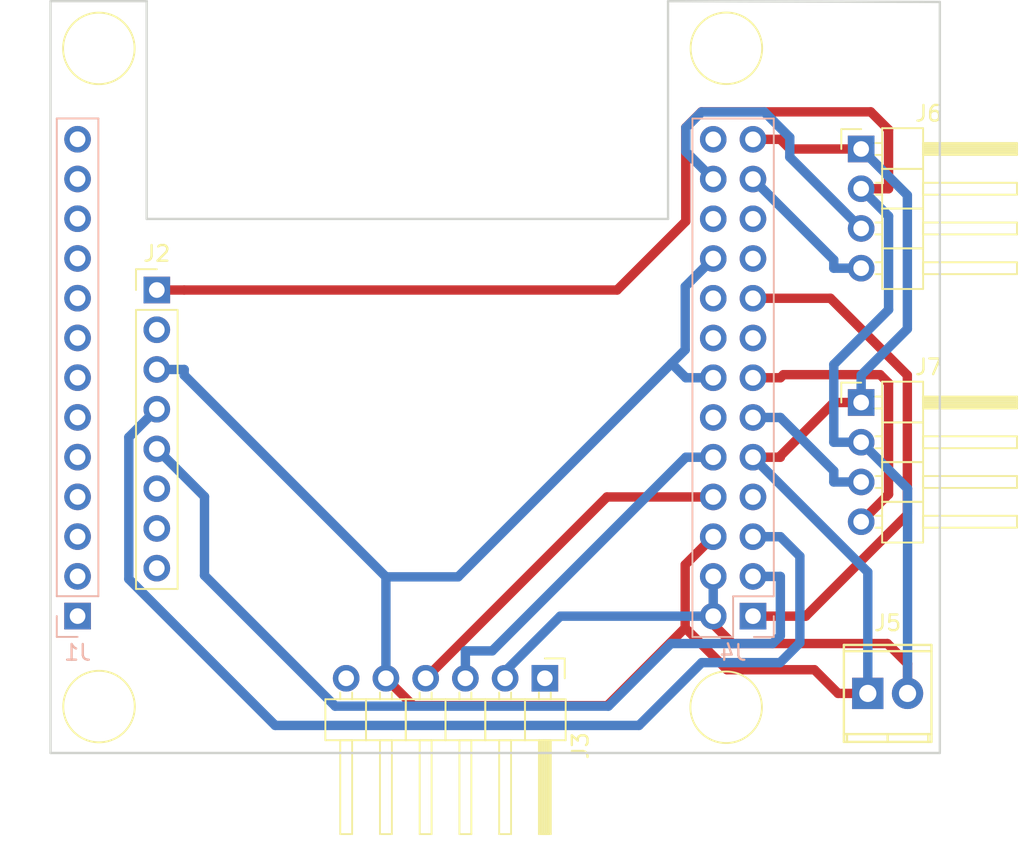
<source format=kicad_pcb>
(kicad_pcb (version 4) (host pcbnew 4.0.6)

  (general
    (links 24)
    (no_connects 0)
    (area 194.031799 51.944199 251.027001 100.151001)
    (thickness 1.6)
    (drawings 8)
    (tracks 108)
    (zones 0)
    (modules 11)
    (nets 40)
  )

  (page A4)
  (layers
    (0 F.Cu signal)
    (31 B.Cu signal)
    (32 B.Adhes user)
    (33 F.Adhes user)
    (34 B.Paste user)
    (35 F.Paste user)
    (36 B.SilkS user)
    (37 F.SilkS user)
    (38 B.Mask user)
    (39 F.Mask user)
    (40 Dwgs.User user)
    (41 Cmts.User user)
    (42 Eco1.User user hide)
    (43 Eco2.User user hide)
    (44 Edge.Cuts user)
    (45 Margin user hide)
    (46 B.CrtYd user hide)
    (47 F.CrtYd user)
    (48 B.Fab user)
    (49 F.Fab user hide)
  )

  (setup
    (last_trace_width 0.6)
    (trace_clearance 0.6)
    (zone_clearance 0.508)
    (zone_45_only no)
    (trace_min 0.2)
    (segment_width 0.2)
    (edge_width 0.15)
    (via_size 0.6)
    (via_drill 0.2)
    (via_min_size 0.4)
    (via_min_drill 0.2)
    (uvia_size 0.03)
    (uvia_drill 0.02)
    (uvias_allowed no)
    (uvia_min_size 0)
    (uvia_min_drill 0)
    (pcb_text_width 0.3)
    (pcb_text_size 1.5 1.5)
    (mod_edge_width 0.15)
    (mod_text_size 1 1)
    (mod_text_width 0.15)
    (pad_size 3 3)
    (pad_drill 3)
    (pad_to_mask_clearance 0.2)
    (aux_axis_origin 0 0)
    (visible_elements 7FFFFFFF)
    (pcbplotparams
      (layerselection 0x01000_80000001)
      (usegerberextensions false)
      (excludeedgelayer true)
      (linewidth 0.100000)
      (plotframeref false)
      (viasonmask false)
      (mode 1)
      (useauxorigin false)
      (hpglpennumber 1)
      (hpglpenspeed 20)
      (hpglpendiameter 15)
      (hpglpenoverlay 2)
      (psnegative false)
      (psa4output false)
      (plotreference true)
      (plotvalue true)
      (plotinvisibletext false)
      (padsonsilk false)
      (subtractmaskfromsilk false)
      (outputformat 1)
      (mirror false)
      (drillshape 0)
      (scaleselection 1)
      (outputdirectory ""))
  )

  (net 0 "")
  (net 1 CIR-RX)
  (net 2 MIC1N)
  (net 3 MIC1P)
  (net 4 MIC-BIAS)
  (net 5 TVOUT)
  (net 6 LINEOUTL)
  (net 7 LINEOUTR)
  (net 8 USB-DP3)
  (net 9 USB-DM3)
  (net 10 USB-DP2)
  (net 11 USB-DM2)
  (net 12 GND)
  (net 13 5V)
  (net 14 "Net-(J2-Pad8)")
  (net 15 "Net-(J2-Pad7)")
  (net 16 "Net-(J2-Pad6)")
  (net 17 PA12)
  (net 18 PA11)
  (net 19 "Net-(J2-Pad2)")
  (net 20 UART1_RX)
  (net 21 UART1_TX)
  (net 22 PA10)
  (net 23 UART3_RX)
  (net 24 UART3_TX)
  (net 25 UART2_RTS)
  (net 26 SPI1_MISO)
  (net 27 SPI1_MOSI)
  (net 28 PA18)
  (net 29 3.3v)
  (net 30 PA19)
  (net 31 UART2_CTS)
  (net 32 UART2_TX)
  (net 33 PA07)
  (net 34 UART2_RX)
  (net 35 PA06)
  (net 36 "Net-(J3-Pad1)")
  (net 37 "Net-(J3-Pad6)")
  (net 38 "Net-(J1-Pad1)")
  (net 39 "Net-(J1-Pad2)")

  (net_class Default "This is the default net class."
    (clearance 0.6)
    (trace_width 0.6)
    (via_dia 0.6)
    (via_drill 0.2)
    (uvia_dia 0.03)
    (uvia_drill 0.02)
    (add_net 3.3v)
    (add_net CIR-RX)
    (add_net LINEOUTL)
    (add_net LINEOUTR)
    (add_net MIC-BIAS)
    (add_net MIC1N)
    (add_net MIC1P)
    (add_net "Net-(J1-Pad1)")
    (add_net "Net-(J1-Pad2)")
    (add_net "Net-(J2-Pad2)")
    (add_net "Net-(J2-Pad6)")
    (add_net "Net-(J2-Pad7)")
    (add_net "Net-(J2-Pad8)")
    (add_net "Net-(J3-Pad1)")
    (add_net "Net-(J3-Pad6)")
    (add_net PA06)
    (add_net PA07)
    (add_net PA10)
    (add_net PA11)
    (add_net PA12)
    (add_net PA18)
    (add_net PA19)
    (add_net SPI1_MISO)
    (add_net SPI1_MOSI)
    (add_net TVOUT)
    (add_net UART1_RX)
    (add_net UART1_TX)
    (add_net UART2_CTS)
    (add_net UART2_RTS)
    (add_net UART2_RX)
    (add_net UART2_TX)
    (add_net UART3_RX)
    (add_net UART3_TX)
    (add_net USB-DM2)
    (add_net USB-DM3)
    (add_net USB-DP2)
    (add_net USB-DP3)
  )

  (net_class Power ""
    (clearance 0.6)
    (trace_width 0.6)
    (via_dia 0.6)
    (via_drill 0.2)
    (uvia_dia 0.03)
    (uvia_drill 0.02)
    (add_net 5V)
    (add_net GND)
  )

  (module Connectors:1pin (layer F.Cu) (tedit 593E088B) (tstamp 593E0970)
    (at 197.195 55.0393)
    (descr "module 1 pin (ou trou mecanique de percage)")
    (tags DEV)
    (attr virtual)
    (fp_text reference HOLE03 (at 0 -3.048) (layer F.SilkS) hide
      (effects (font (size 1 1) (thickness 0.15)))
    )
    (fp_text value 1pin (at 0 3) (layer F.Fab)
      (effects (font (size 1 1) (thickness 0.15)))
    )
    (fp_circle (center 0 0) (end 2 0.8) (layer F.Fab) (width 0.1))
    (fp_circle (center 0 0) (end 2.6 0) (layer F.CrtYd) (width 0.05))
    (fp_circle (center 0 0) (end 0 -2.286) (layer F.SilkS) (width 0.12))
    (pad "" np_thru_hole circle (at 0 0) (size 3 3) (drill 3) (layers *.Cu *.Mask))
  )

  (module Connectors:1pin (layer F.Cu) (tedit 593E084C) (tstamp 593E0968)
    (at 237.307 55.0316)
    (descr "module 1 pin (ou trou mecanique de percage)")
    (tags DEV)
    (attr virtual)
    (fp_text reference HOLE02 (at 0 -3.048) (layer F.SilkS) hide
      (effects (font (size 1 1) (thickness 0.15)))
    )
    (fp_text value 1pin (at 0 3) (layer F.Fab)
      (effects (font (size 1 1) (thickness 0.15)))
    )
    (fp_circle (center 0 0) (end 2 0.8) (layer F.Fab) (width 0.1))
    (fp_circle (center 0 0) (end 2.6 0) (layer F.CrtYd) (width 0.05))
    (fp_circle (center 0 0) (end 0 -2.286) (layer F.SilkS) (width 0.12))
    (pad "" np_thru_hole circle (at 0 0) (size 3 3) (drill 3) (layers *.Cu *.Mask))
  )

  (module Connectors:1pin (layer F.Cu) (tedit 593E0880) (tstamp 593E0960)
    (at 237.292 97.155)
    (descr "module 1 pin (ou trou mecanique de percage)")
    (tags DEV)
    (attr virtual)
    (fp_text reference HOLE01 (at 0 -3.048) (layer F.SilkS) hide
      (effects (font (size 1 1) (thickness 0.15)))
    )
    (fp_text value 1pin (at 0 3) (layer F.Fab)
      (effects (font (size 1 1) (thickness 0.15)))
    )
    (fp_circle (center 0 0) (end 2 0.8) (layer F.Fab) (width 0.1))
    (fp_circle (center 0 0) (end 2.6 0) (layer F.CrtYd) (width 0.05))
    (fp_circle (center 0 0) (end 0 -2.286) (layer F.SilkS) (width 0.12))
    (pad "" np_thru_hole circle (at 0 0) (size 3 3) (drill 3) (layers *.Cu *.Mask))
  )

  (module Connectors_Terminal_Blocks:TerminalBlock_Pheonix_MPT-2.54mm_2pol (layer F.Cu) (tedit 0) (tstamp 59384050)
    (at 246.347 96.2685)
    (descr "2-way 2.54mm pitch terminal block, Phoenix MPT series")
    (path /593775D2)
    (fp_text reference J5 (at 1.27 -4.50088) (layer F.SilkS)
      (effects (font (size 1 1) (thickness 0.15)))
    )
    (fp_text value Screw_Terminal_1x02 (at 1.27 4.50088) (layer F.Fab)
      (effects (font (size 1 1) (thickness 0.15)))
    )
    (fp_line (start -1.7 -3.3) (end 4.3 -3.3) (layer F.CrtYd) (width 0.05))
    (fp_line (start -1.7 3.3) (end -1.7 -3.3) (layer F.CrtYd) (width 0.05))
    (fp_line (start 4.3 3.3) (end -1.7 3.3) (layer F.CrtYd) (width 0.05))
    (fp_line (start 4.3 -3.3) (end 4.3 3.3) (layer F.CrtYd) (width 0.05))
    (fp_line (start 4.06908 2.60096) (end -1.52908 2.60096) (layer F.SilkS) (width 0.15))
    (fp_line (start -1.33096 3.0988) (end -1.33096 2.60096) (layer F.SilkS) (width 0.15))
    (fp_line (start 3.87096 2.60096) (end 3.87096 3.0988) (layer F.SilkS) (width 0.15))
    (fp_line (start 1.27 3.0988) (end 1.27 2.60096) (layer F.SilkS) (width 0.15))
    (fp_line (start -1.52908 -2.70002) (end 4.06908 -2.70002) (layer F.SilkS) (width 0.15))
    (fp_line (start -1.52908 3.0988) (end 4.06908 3.0988) (layer F.SilkS) (width 0.15))
    (fp_line (start 4.06908 3.0988) (end 4.06908 -3.0988) (layer F.SilkS) (width 0.15))
    (fp_line (start 4.06908 -3.0988) (end -1.52908 -3.0988) (layer F.SilkS) (width 0.15))
    (fp_line (start -1.52908 -3.0988) (end -1.52908 3.0988) (layer F.SilkS) (width 0.15))
    (pad 2 thru_hole oval (at 2.54 0) (size 1.99898 1.99898) (drill 1.09728) (layers *.Cu *.Mask)
      (net 13 5V))
    (pad 1 thru_hole rect (at 0 0) (size 1.99898 1.99898) (drill 1.09728) (layers *.Cu *.Mask)
      (net 12 GND))
    (model Terminal_Blocks.3dshapes/TerminalBlock_Pheonix_MPT-2.54mm_2pol.wrl
      (at (xyz 0.05 0 0))
      (scale (xyz 1 1 1))
      (rotate (xyz 0 0 0))
    )
  )

  (module Socket_Strips:Socket_Strip_Straight_1x13_Pitch2.54mm (layer B.Cu) (tedit 58CD5446) (tstamp 593E02CA)
    (at 195.834 91.3257)
    (descr "Through hole straight socket strip, 1x13, 2.54mm pitch, single row")
    (tags "Through hole socket strip THT 1x13 2.54mm single row")
    (path /593763A9)
    (fp_text reference J1 (at 0 2.33) (layer B.SilkS)
      (effects (font (size 1 1) (thickness 0.15)) (justify mirror))
    )
    (fp_text value CONN_01X13 (at 0 -32.81) (layer B.Fab)
      (effects (font (size 1 1) (thickness 0.15)) (justify mirror))
    )
    (fp_line (start -1.27 1.27) (end -1.27 -31.75) (layer B.Fab) (width 0.1))
    (fp_line (start -1.27 -31.75) (end 1.27 -31.75) (layer B.Fab) (width 0.1))
    (fp_line (start 1.27 -31.75) (end 1.27 1.27) (layer B.Fab) (width 0.1))
    (fp_line (start 1.27 1.27) (end -1.27 1.27) (layer B.Fab) (width 0.1))
    (fp_line (start -1.33 -1.27) (end -1.33 -31.81) (layer B.SilkS) (width 0.12))
    (fp_line (start -1.33 -31.81) (end 1.33 -31.81) (layer B.SilkS) (width 0.12))
    (fp_line (start 1.33 -31.81) (end 1.33 -1.27) (layer B.SilkS) (width 0.12))
    (fp_line (start 1.33 -1.27) (end -1.33 -1.27) (layer B.SilkS) (width 0.12))
    (fp_line (start -1.33 0) (end -1.33 1.33) (layer B.SilkS) (width 0.12))
    (fp_line (start -1.33 1.33) (end 0 1.33) (layer B.SilkS) (width 0.12))
    (fp_line (start -1.8 1.8) (end -1.8 -32.25) (layer B.CrtYd) (width 0.05))
    (fp_line (start -1.8 -32.25) (end 1.8 -32.25) (layer B.CrtYd) (width 0.05))
    (fp_line (start 1.8 -32.25) (end 1.8 1.8) (layer B.CrtYd) (width 0.05))
    (fp_line (start 1.8 1.8) (end -1.8 1.8) (layer B.CrtYd) (width 0.05))
    (fp_text user %R (at 0 2.33) (layer B.Fab)
      (effects (font (size 1 1) (thickness 0.15)) (justify mirror))
    )
    (pad 1 thru_hole rect (at 0 0) (size 1.7 1.7) (drill 1) (layers *.Cu *.Mask)
      (net 38 "Net-(J1-Pad1)"))
    (pad 2 thru_hole oval (at 0 -2.54) (size 1.7 1.7) (drill 1) (layers *.Cu *.Mask)
      (net 39 "Net-(J1-Pad2)"))
    (pad 3 thru_hole oval (at 0 -5.08) (size 1.7 1.7) (drill 1) (layers *.Cu *.Mask)
      (net 11 USB-DM2))
    (pad 4 thru_hole oval (at 0 -7.62) (size 1.7 1.7) (drill 1) (layers *.Cu *.Mask)
      (net 10 USB-DP2))
    (pad 5 thru_hole oval (at 0 -10.16) (size 1.7 1.7) (drill 1) (layers *.Cu *.Mask)
      (net 9 USB-DM3))
    (pad 6 thru_hole oval (at 0 -12.7) (size 1.7 1.7) (drill 1) (layers *.Cu *.Mask)
      (net 8 USB-DP3))
    (pad 7 thru_hole oval (at 0 -15.24) (size 1.7 1.7) (drill 1) (layers *.Cu *.Mask)
      (net 7 LINEOUTR))
    (pad 8 thru_hole oval (at 0 -17.78) (size 1.7 1.7) (drill 1) (layers *.Cu *.Mask)
      (net 6 LINEOUTL))
    (pad 9 thru_hole oval (at 0 -20.32) (size 1.7 1.7) (drill 1) (layers *.Cu *.Mask)
      (net 5 TVOUT))
    (pad 10 thru_hole oval (at 0 -22.86) (size 1.7 1.7) (drill 1) (layers *.Cu *.Mask)
      (net 4 MIC-BIAS))
    (pad 11 thru_hole oval (at 0 -25.4) (size 1.7 1.7) (drill 1) (layers *.Cu *.Mask)
      (net 3 MIC1P))
    (pad 12 thru_hole oval (at 0 -27.94) (size 1.7 1.7) (drill 1) (layers *.Cu *.Mask)
      (net 2 MIC1N))
    (pad 13 thru_hole oval (at 0 -30.48) (size 1.7 1.7) (drill 1) (layers *.Cu *.Mask)
      (net 1 CIR-RX))
    (model ${KISYS3DMOD}/Socket_Strips.3dshapes/Socket_Strip_Straight_1x13_Pitch2.54mm.wrl
      (at (xyz 0 -0.6 0))
      (scale (xyz 1 1 1))
      (rotate (xyz 0 0 270))
    )
  )

  (module Socket_Strips:Socket_Strip_Straight_1x08_Pitch2.54mm (layer F.Cu) (tedit 58CD5446) (tstamp 593E02E9)
    (at 200.899 70.4825)
    (descr "Through hole straight socket strip, 1x08, 2.54mm pitch, single row")
    (tags "Through hole socket strip THT 1x08 2.54mm single row")
    (path /59376A87)
    (fp_text reference J2 (at 0 -2.33) (layer F.SilkS)
      (effects (font (size 1 1) (thickness 0.15)))
    )
    (fp_text value CONN_01X08 (at 0 20.11) (layer F.Fab)
      (effects (font (size 1 1) (thickness 0.15)))
    )
    (fp_line (start -1.27 -1.27) (end -1.27 19.05) (layer F.Fab) (width 0.1))
    (fp_line (start -1.27 19.05) (end 1.27 19.05) (layer F.Fab) (width 0.1))
    (fp_line (start 1.27 19.05) (end 1.27 -1.27) (layer F.Fab) (width 0.1))
    (fp_line (start 1.27 -1.27) (end -1.27 -1.27) (layer F.Fab) (width 0.1))
    (fp_line (start -1.33 1.27) (end -1.33 19.11) (layer F.SilkS) (width 0.12))
    (fp_line (start -1.33 19.11) (end 1.33 19.11) (layer F.SilkS) (width 0.12))
    (fp_line (start 1.33 19.11) (end 1.33 1.27) (layer F.SilkS) (width 0.12))
    (fp_line (start 1.33 1.27) (end -1.33 1.27) (layer F.SilkS) (width 0.12))
    (fp_line (start -1.33 0) (end -1.33 -1.33) (layer F.SilkS) (width 0.12))
    (fp_line (start -1.33 -1.33) (end 0 -1.33) (layer F.SilkS) (width 0.12))
    (fp_line (start -1.8 -1.8) (end -1.8 19.55) (layer F.CrtYd) (width 0.05))
    (fp_line (start -1.8 19.55) (end 1.8 19.55) (layer F.CrtYd) (width 0.05))
    (fp_line (start 1.8 19.55) (end 1.8 -1.8) (layer F.CrtYd) (width 0.05))
    (fp_line (start 1.8 -1.8) (end -1.8 -1.8) (layer F.CrtYd) (width 0.05))
    (fp_text user %R (at 0 -2.33) (layer F.Fab)
      (effects (font (size 1 1) (thickness 0.15)))
    )
    (pad 1 thru_hole rect (at 0 0) (size 1.7 1.7) (drill 1) (layers *.Cu *.Mask)
      (net 13 5V))
    (pad 2 thru_hole oval (at 0 2.54) (size 1.7 1.7) (drill 1) (layers *.Cu *.Mask)
      (net 19 "Net-(J2-Pad2)"))
    (pad 3 thru_hole oval (at 0 5.08) (size 1.7 1.7) (drill 1) (layers *.Cu *.Mask)
      (net 12 GND))
    (pad 4 thru_hole oval (at 0 7.62) (size 1.7 1.7) (drill 1) (layers *.Cu *.Mask)
      (net 18 PA11))
    (pad 5 thru_hole oval (at 0 10.16) (size 1.7 1.7) (drill 1) (layers *.Cu *.Mask)
      (net 17 PA12))
    (pad 6 thru_hole oval (at 0 12.7) (size 1.7 1.7) (drill 1) (layers *.Cu *.Mask)
      (net 16 "Net-(J2-Pad6)"))
    (pad 7 thru_hole oval (at 0 15.24) (size 1.7 1.7) (drill 1) (layers *.Cu *.Mask)
      (net 15 "Net-(J2-Pad7)"))
    (pad 8 thru_hole oval (at 0 17.78) (size 1.7 1.7) (drill 1) (layers *.Cu *.Mask)
      (net 14 "Net-(J2-Pad8)"))
    (model ${KISYS3DMOD}/Socket_Strips.3dshapes/Socket_Strip_Straight_1x08_Pitch2.54mm.wrl
      (at (xyz 0 -0.35 0))
      (scale (xyz 1 1 1))
      (rotate (xyz 0 0 270))
    )
  )

  (module Pin_Headers:Pin_Header_Angled_1x06_Pitch2.54mm (layer F.Cu) (tedit 58CD4EC1) (tstamp 593E0303)
    (at 225.704 95.3008 270)
    (descr "Through hole angled pin header, 1x06, 2.54mm pitch, 6mm pin length, single row")
    (tags "Through hole angled pin header THT 1x06 2.54mm single row")
    (path /5937782B)
    (fp_text reference J3 (at 4.315 -2.27 270) (layer F.SilkS)
      (effects (font (size 1 1) (thickness 0.15)))
    )
    (fp_text value CONN_01X06 (at 4.315 14.97 270) (layer F.Fab)
      (effects (font (size 1 1) (thickness 0.15)))
    )
    (fp_line (start 1.4 -1.27) (end 1.4 1.27) (layer F.Fab) (width 0.1))
    (fp_line (start 1.4 1.27) (end 3.9 1.27) (layer F.Fab) (width 0.1))
    (fp_line (start 3.9 1.27) (end 3.9 -1.27) (layer F.Fab) (width 0.1))
    (fp_line (start 3.9 -1.27) (end 1.4 -1.27) (layer F.Fab) (width 0.1))
    (fp_line (start 0 -0.32) (end 0 0.32) (layer F.Fab) (width 0.1))
    (fp_line (start 0 0.32) (end 9.9 0.32) (layer F.Fab) (width 0.1))
    (fp_line (start 9.9 0.32) (end 9.9 -0.32) (layer F.Fab) (width 0.1))
    (fp_line (start 9.9 -0.32) (end 0 -0.32) (layer F.Fab) (width 0.1))
    (fp_line (start 1.4 1.27) (end 1.4 3.81) (layer F.Fab) (width 0.1))
    (fp_line (start 1.4 3.81) (end 3.9 3.81) (layer F.Fab) (width 0.1))
    (fp_line (start 3.9 3.81) (end 3.9 1.27) (layer F.Fab) (width 0.1))
    (fp_line (start 3.9 1.27) (end 1.4 1.27) (layer F.Fab) (width 0.1))
    (fp_line (start 0 2.22) (end 0 2.86) (layer F.Fab) (width 0.1))
    (fp_line (start 0 2.86) (end 9.9 2.86) (layer F.Fab) (width 0.1))
    (fp_line (start 9.9 2.86) (end 9.9 2.22) (layer F.Fab) (width 0.1))
    (fp_line (start 9.9 2.22) (end 0 2.22) (layer F.Fab) (width 0.1))
    (fp_line (start 1.4 3.81) (end 1.4 6.35) (layer F.Fab) (width 0.1))
    (fp_line (start 1.4 6.35) (end 3.9 6.35) (layer F.Fab) (width 0.1))
    (fp_line (start 3.9 6.35) (end 3.9 3.81) (layer F.Fab) (width 0.1))
    (fp_line (start 3.9 3.81) (end 1.4 3.81) (layer F.Fab) (width 0.1))
    (fp_line (start 0 4.76) (end 0 5.4) (layer F.Fab) (width 0.1))
    (fp_line (start 0 5.4) (end 9.9 5.4) (layer F.Fab) (width 0.1))
    (fp_line (start 9.9 5.4) (end 9.9 4.76) (layer F.Fab) (width 0.1))
    (fp_line (start 9.9 4.76) (end 0 4.76) (layer F.Fab) (width 0.1))
    (fp_line (start 1.4 6.35) (end 1.4 8.89) (layer F.Fab) (width 0.1))
    (fp_line (start 1.4 8.89) (end 3.9 8.89) (layer F.Fab) (width 0.1))
    (fp_line (start 3.9 8.89) (end 3.9 6.35) (layer F.Fab) (width 0.1))
    (fp_line (start 3.9 6.35) (end 1.4 6.35) (layer F.Fab) (width 0.1))
    (fp_line (start 0 7.3) (end 0 7.94) (layer F.Fab) (width 0.1))
    (fp_line (start 0 7.94) (end 9.9 7.94) (layer F.Fab) (width 0.1))
    (fp_line (start 9.9 7.94) (end 9.9 7.3) (layer F.Fab) (width 0.1))
    (fp_line (start 9.9 7.3) (end 0 7.3) (layer F.Fab) (width 0.1))
    (fp_line (start 1.4 8.89) (end 1.4 11.43) (layer F.Fab) (width 0.1))
    (fp_line (start 1.4 11.43) (end 3.9 11.43) (layer F.Fab) (width 0.1))
    (fp_line (start 3.9 11.43) (end 3.9 8.89) (layer F.Fab) (width 0.1))
    (fp_line (start 3.9 8.89) (end 1.4 8.89) (layer F.Fab) (width 0.1))
    (fp_line (start 0 9.84) (end 0 10.48) (layer F.Fab) (width 0.1))
    (fp_line (start 0 10.48) (end 9.9 10.48) (layer F.Fab) (width 0.1))
    (fp_line (start 9.9 10.48) (end 9.9 9.84) (layer F.Fab) (width 0.1))
    (fp_line (start 9.9 9.84) (end 0 9.84) (layer F.Fab) (width 0.1))
    (fp_line (start 1.4 11.43) (end 1.4 13.97) (layer F.Fab) (width 0.1))
    (fp_line (start 1.4 13.97) (end 3.9 13.97) (layer F.Fab) (width 0.1))
    (fp_line (start 3.9 13.97) (end 3.9 11.43) (layer F.Fab) (width 0.1))
    (fp_line (start 3.9 11.43) (end 1.4 11.43) (layer F.Fab) (width 0.1))
    (fp_line (start 0 12.38) (end 0 13.02) (layer F.Fab) (width 0.1))
    (fp_line (start 0 13.02) (end 9.9 13.02) (layer F.Fab) (width 0.1))
    (fp_line (start 9.9 13.02) (end 9.9 12.38) (layer F.Fab) (width 0.1))
    (fp_line (start 9.9 12.38) (end 0 12.38) (layer F.Fab) (width 0.1))
    (fp_line (start 1.34 -1.33) (end 1.34 1.27) (layer F.SilkS) (width 0.12))
    (fp_line (start 1.34 1.27) (end 3.96 1.27) (layer F.SilkS) (width 0.12))
    (fp_line (start 3.96 1.27) (end 3.96 -1.33) (layer F.SilkS) (width 0.12))
    (fp_line (start 3.96 -1.33) (end 1.34 -1.33) (layer F.SilkS) (width 0.12))
    (fp_line (start 3.96 -0.38) (end 3.96 0.38) (layer F.SilkS) (width 0.12))
    (fp_line (start 3.96 0.38) (end 9.96 0.38) (layer F.SilkS) (width 0.12))
    (fp_line (start 9.96 0.38) (end 9.96 -0.38) (layer F.SilkS) (width 0.12))
    (fp_line (start 9.96 -0.38) (end 3.96 -0.38) (layer F.SilkS) (width 0.12))
    (fp_line (start 0.91 -0.38) (end 1.34 -0.38) (layer F.SilkS) (width 0.12))
    (fp_line (start 0.91 0.38) (end 1.34 0.38) (layer F.SilkS) (width 0.12))
    (fp_line (start 3.96 -0.26) (end 9.96 -0.26) (layer F.SilkS) (width 0.12))
    (fp_line (start 3.96 -0.14) (end 9.96 -0.14) (layer F.SilkS) (width 0.12))
    (fp_line (start 3.96 -0.02) (end 9.96 -0.02) (layer F.SilkS) (width 0.12))
    (fp_line (start 3.96 0.1) (end 9.96 0.1) (layer F.SilkS) (width 0.12))
    (fp_line (start 3.96 0.22) (end 9.96 0.22) (layer F.SilkS) (width 0.12))
    (fp_line (start 3.96 0.34) (end 9.96 0.34) (layer F.SilkS) (width 0.12))
    (fp_line (start 1.34 1.27) (end 1.34 3.81) (layer F.SilkS) (width 0.12))
    (fp_line (start 1.34 3.81) (end 3.96 3.81) (layer F.SilkS) (width 0.12))
    (fp_line (start 3.96 3.81) (end 3.96 1.27) (layer F.SilkS) (width 0.12))
    (fp_line (start 3.96 1.27) (end 1.34 1.27) (layer F.SilkS) (width 0.12))
    (fp_line (start 3.96 2.16) (end 3.96 2.92) (layer F.SilkS) (width 0.12))
    (fp_line (start 3.96 2.92) (end 9.96 2.92) (layer F.SilkS) (width 0.12))
    (fp_line (start 9.96 2.92) (end 9.96 2.16) (layer F.SilkS) (width 0.12))
    (fp_line (start 9.96 2.16) (end 3.96 2.16) (layer F.SilkS) (width 0.12))
    (fp_line (start 0.91 2.16) (end 1.34 2.16) (layer F.SilkS) (width 0.12))
    (fp_line (start 0.91 2.92) (end 1.34 2.92) (layer F.SilkS) (width 0.12))
    (fp_line (start 1.34 3.81) (end 1.34 6.35) (layer F.SilkS) (width 0.12))
    (fp_line (start 1.34 6.35) (end 3.96 6.35) (layer F.SilkS) (width 0.12))
    (fp_line (start 3.96 6.35) (end 3.96 3.81) (layer F.SilkS) (width 0.12))
    (fp_line (start 3.96 3.81) (end 1.34 3.81) (layer F.SilkS) (width 0.12))
    (fp_line (start 3.96 4.7) (end 3.96 5.46) (layer F.SilkS) (width 0.12))
    (fp_line (start 3.96 5.46) (end 9.96 5.46) (layer F.SilkS) (width 0.12))
    (fp_line (start 9.96 5.46) (end 9.96 4.7) (layer F.SilkS) (width 0.12))
    (fp_line (start 9.96 4.7) (end 3.96 4.7) (layer F.SilkS) (width 0.12))
    (fp_line (start 0.91 4.7) (end 1.34 4.7) (layer F.SilkS) (width 0.12))
    (fp_line (start 0.91 5.46) (end 1.34 5.46) (layer F.SilkS) (width 0.12))
    (fp_line (start 1.34 6.35) (end 1.34 8.89) (layer F.SilkS) (width 0.12))
    (fp_line (start 1.34 8.89) (end 3.96 8.89) (layer F.SilkS) (width 0.12))
    (fp_line (start 3.96 8.89) (end 3.96 6.35) (layer F.SilkS) (width 0.12))
    (fp_line (start 3.96 6.35) (end 1.34 6.35) (layer F.SilkS) (width 0.12))
    (fp_line (start 3.96 7.24) (end 3.96 8) (layer F.SilkS) (width 0.12))
    (fp_line (start 3.96 8) (end 9.96 8) (layer F.SilkS) (width 0.12))
    (fp_line (start 9.96 8) (end 9.96 7.24) (layer F.SilkS) (width 0.12))
    (fp_line (start 9.96 7.24) (end 3.96 7.24) (layer F.SilkS) (width 0.12))
    (fp_line (start 0.91 7.24) (end 1.34 7.24) (layer F.SilkS) (width 0.12))
    (fp_line (start 0.91 8) (end 1.34 8) (layer F.SilkS) (width 0.12))
    (fp_line (start 1.34 8.89) (end 1.34 11.43) (layer F.SilkS) (width 0.12))
    (fp_line (start 1.34 11.43) (end 3.96 11.43) (layer F.SilkS) (width 0.12))
    (fp_line (start 3.96 11.43) (end 3.96 8.89) (layer F.SilkS) (width 0.12))
    (fp_line (start 3.96 8.89) (end 1.34 8.89) (layer F.SilkS) (width 0.12))
    (fp_line (start 3.96 9.78) (end 3.96 10.54) (layer F.SilkS) (width 0.12))
    (fp_line (start 3.96 10.54) (end 9.96 10.54) (layer F.SilkS) (width 0.12))
    (fp_line (start 9.96 10.54) (end 9.96 9.78) (layer F.SilkS) (width 0.12))
    (fp_line (start 9.96 9.78) (end 3.96 9.78) (layer F.SilkS) (width 0.12))
    (fp_line (start 0.91 9.78) (end 1.34 9.78) (layer F.SilkS) (width 0.12))
    (fp_line (start 0.91 10.54) (end 1.34 10.54) (layer F.SilkS) (width 0.12))
    (fp_line (start 1.34 11.43) (end 1.34 14.03) (layer F.SilkS) (width 0.12))
    (fp_line (start 1.34 14.03) (end 3.96 14.03) (layer F.SilkS) (width 0.12))
    (fp_line (start 3.96 14.03) (end 3.96 11.43) (layer F.SilkS) (width 0.12))
    (fp_line (start 3.96 11.43) (end 1.34 11.43) (layer F.SilkS) (width 0.12))
    (fp_line (start 3.96 12.32) (end 3.96 13.08) (layer F.SilkS) (width 0.12))
    (fp_line (start 3.96 13.08) (end 9.96 13.08) (layer F.SilkS) (width 0.12))
    (fp_line (start 9.96 13.08) (end 9.96 12.32) (layer F.SilkS) (width 0.12))
    (fp_line (start 9.96 12.32) (end 3.96 12.32) (layer F.SilkS) (width 0.12))
    (fp_line (start 0.91 12.32) (end 1.34 12.32) (layer F.SilkS) (width 0.12))
    (fp_line (start 0.91 13.08) (end 1.34 13.08) (layer F.SilkS) (width 0.12))
    (fp_line (start -1.27 0) (end -1.27 -1.27) (layer F.SilkS) (width 0.12))
    (fp_line (start -1.27 -1.27) (end 0 -1.27) (layer F.SilkS) (width 0.12))
    (fp_line (start -1.8 -1.8) (end -1.8 14.5) (layer F.CrtYd) (width 0.05))
    (fp_line (start -1.8 14.5) (end 10.4 14.5) (layer F.CrtYd) (width 0.05))
    (fp_line (start 10.4 14.5) (end 10.4 -1.8) (layer F.CrtYd) (width 0.05))
    (fp_line (start 10.4 -1.8) (end -1.8 -1.8) (layer F.CrtYd) (width 0.05))
    (fp_text user %R (at 4.315 -2.27 270) (layer F.Fab)
      (effects (font (size 1 1) (thickness 0.15)))
    )
    (pad 1 thru_hole rect (at 0 0 270) (size 1.7 1.7) (drill 1) (layers *.Cu *.Mask)
      (net 36 "Net-(J3-Pad1)"))
    (pad 2 thru_hole oval (at 0 2.54 270) (size 1.7 1.7) (drill 1) (layers *.Cu *.Mask)
      (net 13 5V))
    (pad 3 thru_hole oval (at 0 5.08 270) (size 1.7 1.7) (drill 1) (layers *.Cu *.Mask)
      (net 20 UART1_RX))
    (pad 4 thru_hole oval (at 0 7.62 270) (size 1.7 1.7) (drill 1) (layers *.Cu *.Mask)
      (net 21 UART1_TX))
    (pad 5 thru_hole oval (at 0 10.16 270) (size 1.7 1.7) (drill 1) (layers *.Cu *.Mask)
      (net 12 GND))
    (pad 6 thru_hole oval (at 0 12.7 270) (size 1.7 1.7) (drill 1) (layers *.Cu *.Mask)
      (net 37 "Net-(J3-Pad6)"))
    (model ${KISYS3DMOD}/Pin_Headers.3dshapes/Pin_Header_Angled_1x06_Pitch2.54mm.wrl
      (at (xyz 0 -0.25 0))
      (scale (xyz 1 1 1))
      (rotate (xyz 0 0 90))
    )
  )

  (module Socket_Strips:Socket_Strip_Straight_2x13_Pitch2.54mm (layer B.Cu) (tedit 58CD5449) (tstamp 593E0385)
    (at 239.007 91.3308)
    (descr "Through hole straight socket strip, 2x13, 2.54mm pitch, double rows")
    (tags "Through hole socket strip THT 2x13 2.54mm double row")
    (path /59376318)
    (fp_text reference J4 (at -1.27 2.33) (layer B.SilkS)
      (effects (font (size 1 1) (thickness 0.15)) (justify mirror))
    )
    (fp_text value CONN_02X13 (at -1.27 -32.81) (layer B.Fab)
      (effects (font (size 1 1) (thickness 0.15)) (justify mirror))
    )
    (fp_line (start -3.81 1.27) (end -3.81 -31.75) (layer B.Fab) (width 0.1))
    (fp_line (start -3.81 -31.75) (end 1.27 -31.75) (layer B.Fab) (width 0.1))
    (fp_line (start 1.27 -31.75) (end 1.27 1.27) (layer B.Fab) (width 0.1))
    (fp_line (start 1.27 1.27) (end -3.81 1.27) (layer B.Fab) (width 0.1))
    (fp_line (start 1.33 -1.27) (end 1.33 -31.81) (layer B.SilkS) (width 0.12))
    (fp_line (start 1.33 -31.81) (end -3.87 -31.81) (layer B.SilkS) (width 0.12))
    (fp_line (start -3.87 -31.81) (end -3.87 1.33) (layer B.SilkS) (width 0.12))
    (fp_line (start -3.87 1.33) (end -1.27 1.33) (layer B.SilkS) (width 0.12))
    (fp_line (start -1.27 1.33) (end -1.27 -1.27) (layer B.SilkS) (width 0.12))
    (fp_line (start -1.27 -1.27) (end 1.33 -1.27) (layer B.SilkS) (width 0.12))
    (fp_line (start 1.33 0) (end 1.33 1.33) (layer B.SilkS) (width 0.12))
    (fp_line (start 1.33 1.33) (end 0.06 1.33) (layer B.SilkS) (width 0.12))
    (fp_line (start -4.35 1.8) (end -4.35 -32.25) (layer B.CrtYd) (width 0.05))
    (fp_line (start -4.35 -32.25) (end 1.8 -32.25) (layer B.CrtYd) (width 0.05))
    (fp_line (start 1.8 -32.25) (end 1.8 1.8) (layer B.CrtYd) (width 0.05))
    (fp_line (start 1.8 1.8) (end -4.35 1.8) (layer B.CrtYd) (width 0.05))
    (fp_text user %R (at -1.27 2.33) (layer B.Fab)
      (effects (font (size 1 1) (thickness 0.15)) (justify mirror))
    )
    (pad 1 thru_hole rect (at 0 0) (size 1.7 1.7) (drill 1) (layers *.Cu *.Mask)
      (net 29 3.3v))
    (pad 2 thru_hole oval (at -2.54 0) (size 1.7 1.7) (drill 1) (layers *.Cu *.Mask)
      (net 13 5V))
    (pad 3 thru_hole oval (at 0 -2.54) (size 1.7 1.7) (drill 1) (layers *.Cu *.Mask)
      (net 17 PA12))
    (pad 4 thru_hole oval (at -2.54 -2.54) (size 1.7 1.7) (drill 1) (layers *.Cu *.Mask)
      (net 13 5V))
    (pad 5 thru_hole oval (at 0 -5.08) (size 1.7 1.7) (drill 1) (layers *.Cu *.Mask)
      (net 18 PA11))
    (pad 6 thru_hole oval (at -2.54 -5.08) (size 1.7 1.7) (drill 1) (layers *.Cu *.Mask)
      (net 12 GND))
    (pad 7 thru_hole oval (at 0 -7.62) (size 1.7 1.7) (drill 1) (layers *.Cu *.Mask)
      (net 35 PA06))
    (pad 8 thru_hole oval (at -2.54 -7.62) (size 1.7 1.7) (drill 1) (layers *.Cu *.Mask)
      (net 21 UART1_TX))
    (pad 9 thru_hole oval (at 0 -10.16) (size 1.7 1.7) (drill 1) (layers *.Cu *.Mask)
      (net 12 GND))
    (pad 10 thru_hole oval (at -2.54 -10.16) (size 1.7 1.7) (drill 1) (layers *.Cu *.Mask)
      (net 20 UART1_RX))
    (pad 11 thru_hole oval (at 0 -12.7) (size 1.7 1.7) (drill 1) (layers *.Cu *.Mask)
      (net 34 UART2_RX))
    (pad 12 thru_hole oval (at -2.54 -12.7) (size 1.7 1.7) (drill 1) (layers *.Cu *.Mask)
      (net 33 PA07))
    (pad 13 thru_hole oval (at 0 -15.24) (size 1.7 1.7) (drill 1) (layers *.Cu *.Mask)
      (net 32 UART2_TX))
    (pad 14 thru_hole oval (at -2.54 -15.24) (size 1.7 1.7) (drill 1) (layers *.Cu *.Mask)
      (net 12 GND))
    (pad 15 thru_hole oval (at 0 -17.78) (size 1.7 1.7) (drill 1) (layers *.Cu *.Mask)
      (net 31 UART2_CTS))
    (pad 16 thru_hole oval (at -2.54 -17.78) (size 1.7 1.7) (drill 1) (layers *.Cu *.Mask)
      (net 30 PA19))
    (pad 17 thru_hole oval (at 0 -20.32) (size 1.7 1.7) (drill 1) (layers *.Cu *.Mask)
      (net 29 3.3v))
    (pad 18 thru_hole oval (at -2.54 -20.32) (size 1.7 1.7) (drill 1) (layers *.Cu *.Mask)
      (net 28 PA18))
    (pad 19 thru_hole oval (at 0 -22.86) (size 1.7 1.7) (drill 1) (layers *.Cu *.Mask)
      (net 27 SPI1_MOSI))
    (pad 20 thru_hole oval (at -2.54 -22.86) (size 1.7 1.7) (drill 1) (layers *.Cu *.Mask)
      (net 12 GND))
    (pad 21 thru_hole oval (at 0 -25.4) (size 1.7 1.7) (drill 1) (layers *.Cu *.Mask)
      (net 26 SPI1_MISO))
    (pad 22 thru_hole oval (at -2.54 -25.4) (size 1.7 1.7) (drill 1) (layers *.Cu *.Mask)
      (net 25 UART2_RTS))
    (pad 23 thru_hole oval (at 0 -27.94) (size 1.7 1.7) (drill 1) (layers *.Cu *.Mask)
      (net 24 UART3_TX))
    (pad 24 thru_hole oval (at -2.54 -27.94) (size 1.7 1.7) (drill 1) (layers *.Cu *.Mask)
      (net 23 UART3_RX))
    (pad 25 thru_hole oval (at 0 -30.48) (size 1.7 1.7) (drill 1) (layers *.Cu *.Mask)
      (net 12 GND))
    (pad 26 thru_hole oval (at -2.54 -30.48) (size 1.7 1.7) (drill 1) (layers *.Cu *.Mask)
      (net 22 PA10))
    (model ${KISYS3DMOD}/Socket_Strips.3dshapes/Socket_Strip_Straight_2x13_Pitch2.54mm.wrl
      (at (xyz -0.05 -0.6 0))
      (scale (xyz 1 1 1))
      (rotate (xyz 0 0 270))
    )
  )

  (module Pin_Headers:Pin_Header_Angled_1x04_Pitch2.54mm (layer F.Cu) (tedit 58CD4EC1) (tstamp 593E03B3)
    (at 245.923 61.468)
    (descr "Through hole angled pin header, 1x04, 2.54mm pitch, 6mm pin length, single row")
    (tags "Through hole angled pin header THT 1x04 2.54mm single row")
    (path /593835D3)
    (fp_text reference J6 (at 4.315 -2.27) (layer F.SilkS)
      (effects (font (size 1 1) (thickness 0.15)))
    )
    (fp_text value CONN_01X04 (at 4.315 9.89) (layer F.Fab)
      (effects (font (size 1 1) (thickness 0.15)))
    )
    (fp_line (start 1.4 -1.27) (end 1.4 1.27) (layer F.Fab) (width 0.1))
    (fp_line (start 1.4 1.27) (end 3.9 1.27) (layer F.Fab) (width 0.1))
    (fp_line (start 3.9 1.27) (end 3.9 -1.27) (layer F.Fab) (width 0.1))
    (fp_line (start 3.9 -1.27) (end 1.4 -1.27) (layer F.Fab) (width 0.1))
    (fp_line (start 0 -0.32) (end 0 0.32) (layer F.Fab) (width 0.1))
    (fp_line (start 0 0.32) (end 9.9 0.32) (layer F.Fab) (width 0.1))
    (fp_line (start 9.9 0.32) (end 9.9 -0.32) (layer F.Fab) (width 0.1))
    (fp_line (start 9.9 -0.32) (end 0 -0.32) (layer F.Fab) (width 0.1))
    (fp_line (start 1.4 1.27) (end 1.4 3.81) (layer F.Fab) (width 0.1))
    (fp_line (start 1.4 3.81) (end 3.9 3.81) (layer F.Fab) (width 0.1))
    (fp_line (start 3.9 3.81) (end 3.9 1.27) (layer F.Fab) (width 0.1))
    (fp_line (start 3.9 1.27) (end 1.4 1.27) (layer F.Fab) (width 0.1))
    (fp_line (start 0 2.22) (end 0 2.86) (layer F.Fab) (width 0.1))
    (fp_line (start 0 2.86) (end 9.9 2.86) (layer F.Fab) (width 0.1))
    (fp_line (start 9.9 2.86) (end 9.9 2.22) (layer F.Fab) (width 0.1))
    (fp_line (start 9.9 2.22) (end 0 2.22) (layer F.Fab) (width 0.1))
    (fp_line (start 1.4 3.81) (end 1.4 6.35) (layer F.Fab) (width 0.1))
    (fp_line (start 1.4 6.35) (end 3.9 6.35) (layer F.Fab) (width 0.1))
    (fp_line (start 3.9 6.35) (end 3.9 3.81) (layer F.Fab) (width 0.1))
    (fp_line (start 3.9 3.81) (end 1.4 3.81) (layer F.Fab) (width 0.1))
    (fp_line (start 0 4.76) (end 0 5.4) (layer F.Fab) (width 0.1))
    (fp_line (start 0 5.4) (end 9.9 5.4) (layer F.Fab) (width 0.1))
    (fp_line (start 9.9 5.4) (end 9.9 4.76) (layer F.Fab) (width 0.1))
    (fp_line (start 9.9 4.76) (end 0 4.76) (layer F.Fab) (width 0.1))
    (fp_line (start 1.4 6.35) (end 1.4 8.89) (layer F.Fab) (width 0.1))
    (fp_line (start 1.4 8.89) (end 3.9 8.89) (layer F.Fab) (width 0.1))
    (fp_line (start 3.9 8.89) (end 3.9 6.35) (layer F.Fab) (width 0.1))
    (fp_line (start 3.9 6.35) (end 1.4 6.35) (layer F.Fab) (width 0.1))
    (fp_line (start 0 7.3) (end 0 7.94) (layer F.Fab) (width 0.1))
    (fp_line (start 0 7.94) (end 9.9 7.94) (layer F.Fab) (width 0.1))
    (fp_line (start 9.9 7.94) (end 9.9 7.3) (layer F.Fab) (width 0.1))
    (fp_line (start 9.9 7.3) (end 0 7.3) (layer F.Fab) (width 0.1))
    (fp_line (start 1.34 -1.33) (end 1.34 1.27) (layer F.SilkS) (width 0.12))
    (fp_line (start 1.34 1.27) (end 3.96 1.27) (layer F.SilkS) (width 0.12))
    (fp_line (start 3.96 1.27) (end 3.96 -1.33) (layer F.SilkS) (width 0.12))
    (fp_line (start 3.96 -1.33) (end 1.34 -1.33) (layer F.SilkS) (width 0.12))
    (fp_line (start 3.96 -0.38) (end 3.96 0.38) (layer F.SilkS) (width 0.12))
    (fp_line (start 3.96 0.38) (end 9.96 0.38) (layer F.SilkS) (width 0.12))
    (fp_line (start 9.96 0.38) (end 9.96 -0.38) (layer F.SilkS) (width 0.12))
    (fp_line (start 9.96 -0.38) (end 3.96 -0.38) (layer F.SilkS) (width 0.12))
    (fp_line (start 0.91 -0.38) (end 1.34 -0.38) (layer F.SilkS) (width 0.12))
    (fp_line (start 0.91 0.38) (end 1.34 0.38) (layer F.SilkS) (width 0.12))
    (fp_line (start 3.96 -0.26) (end 9.96 -0.26) (layer F.SilkS) (width 0.12))
    (fp_line (start 3.96 -0.14) (end 9.96 -0.14) (layer F.SilkS) (width 0.12))
    (fp_line (start 3.96 -0.02) (end 9.96 -0.02) (layer F.SilkS) (width 0.12))
    (fp_line (start 3.96 0.1) (end 9.96 0.1) (layer F.SilkS) (width 0.12))
    (fp_line (start 3.96 0.22) (end 9.96 0.22) (layer F.SilkS) (width 0.12))
    (fp_line (start 3.96 0.34) (end 9.96 0.34) (layer F.SilkS) (width 0.12))
    (fp_line (start 1.34 1.27) (end 1.34 3.81) (layer F.SilkS) (width 0.12))
    (fp_line (start 1.34 3.81) (end 3.96 3.81) (layer F.SilkS) (width 0.12))
    (fp_line (start 3.96 3.81) (end 3.96 1.27) (layer F.SilkS) (width 0.12))
    (fp_line (start 3.96 1.27) (end 1.34 1.27) (layer F.SilkS) (width 0.12))
    (fp_line (start 3.96 2.16) (end 3.96 2.92) (layer F.SilkS) (width 0.12))
    (fp_line (start 3.96 2.92) (end 9.96 2.92) (layer F.SilkS) (width 0.12))
    (fp_line (start 9.96 2.92) (end 9.96 2.16) (layer F.SilkS) (width 0.12))
    (fp_line (start 9.96 2.16) (end 3.96 2.16) (layer F.SilkS) (width 0.12))
    (fp_line (start 0.91 2.16) (end 1.34 2.16) (layer F.SilkS) (width 0.12))
    (fp_line (start 0.91 2.92) (end 1.34 2.92) (layer F.SilkS) (width 0.12))
    (fp_line (start 1.34 3.81) (end 1.34 6.35) (layer F.SilkS) (width 0.12))
    (fp_line (start 1.34 6.35) (end 3.96 6.35) (layer F.SilkS) (width 0.12))
    (fp_line (start 3.96 6.35) (end 3.96 3.81) (layer F.SilkS) (width 0.12))
    (fp_line (start 3.96 3.81) (end 1.34 3.81) (layer F.SilkS) (width 0.12))
    (fp_line (start 3.96 4.7) (end 3.96 5.46) (layer F.SilkS) (width 0.12))
    (fp_line (start 3.96 5.46) (end 9.96 5.46) (layer F.SilkS) (width 0.12))
    (fp_line (start 9.96 5.46) (end 9.96 4.7) (layer F.SilkS) (width 0.12))
    (fp_line (start 9.96 4.7) (end 3.96 4.7) (layer F.SilkS) (width 0.12))
    (fp_line (start 0.91 4.7) (end 1.34 4.7) (layer F.SilkS) (width 0.12))
    (fp_line (start 0.91 5.46) (end 1.34 5.46) (layer F.SilkS) (width 0.12))
    (fp_line (start 1.34 6.35) (end 1.34 8.95) (layer F.SilkS) (width 0.12))
    (fp_line (start 1.34 8.95) (end 3.96 8.95) (layer F.SilkS) (width 0.12))
    (fp_line (start 3.96 8.95) (end 3.96 6.35) (layer F.SilkS) (width 0.12))
    (fp_line (start 3.96 6.35) (end 1.34 6.35) (layer F.SilkS) (width 0.12))
    (fp_line (start 3.96 7.24) (end 3.96 8) (layer F.SilkS) (width 0.12))
    (fp_line (start 3.96 8) (end 9.96 8) (layer F.SilkS) (width 0.12))
    (fp_line (start 9.96 8) (end 9.96 7.24) (layer F.SilkS) (width 0.12))
    (fp_line (start 9.96 7.24) (end 3.96 7.24) (layer F.SilkS) (width 0.12))
    (fp_line (start 0.91 7.24) (end 1.34 7.24) (layer F.SilkS) (width 0.12))
    (fp_line (start 0.91 8) (end 1.34 8) (layer F.SilkS) (width 0.12))
    (fp_line (start -1.27 0) (end -1.27 -1.27) (layer F.SilkS) (width 0.12))
    (fp_line (start -1.27 -1.27) (end 0 -1.27) (layer F.SilkS) (width 0.12))
    (fp_line (start -1.8 -1.8) (end -1.8 9.4) (layer F.CrtYd) (width 0.05))
    (fp_line (start -1.8 9.4) (end 10.4 9.4) (layer F.CrtYd) (width 0.05))
    (fp_line (start 10.4 9.4) (end 10.4 -1.8) (layer F.CrtYd) (width 0.05))
    (fp_line (start 10.4 -1.8) (end -1.8 -1.8) (layer F.CrtYd) (width 0.05))
    (fp_text user %R (at 4.315 -2.27) (layer F.Fab)
      (effects (font (size 1 1) (thickness 0.15)))
    )
    (pad 1 thru_hole rect (at 0 0) (size 1.7 1.7) (drill 1) (layers *.Cu *.Mask)
      (net 12 GND))
    (pad 2 thru_hole oval (at 0 2.54) (size 1.7 1.7) (drill 1) (layers *.Cu *.Mask)
      (net 13 5V))
    (pad 3 thru_hole oval (at 0 5.08) (size 1.7 1.7) (drill 1) (layers *.Cu *.Mask)
      (net 23 UART3_RX))
    (pad 4 thru_hole oval (at 0 7.62) (size 1.7 1.7) (drill 1) (layers *.Cu *.Mask)
      (net 24 UART3_TX))
    (model ${KISYS3DMOD}/Pin_Headers.3dshapes/Pin_Header_Angled_1x04_Pitch2.54mm.wrl
      (at (xyz 0 -0.15 0))
      (scale (xyz 1 1 1))
      (rotate (xyz 0 0 90))
    )
  )

  (module Pin_Headers:Pin_Header_Angled_1x04_Pitch2.54mm (layer F.Cu) (tedit 58CD4EC1) (tstamp 593E040F)
    (at 245.923 77.6732)
    (descr "Through hole angled pin header, 1x04, 2.54mm pitch, 6mm pin length, single row")
    (tags "Through hole angled pin header THT 1x04 2.54mm single row")
    (path /59383301)
    (fp_text reference J7 (at 4.315 -2.27) (layer F.SilkS)
      (effects (font (size 1 1) (thickness 0.15)))
    )
    (fp_text value CONN_01X04 (at 4.315 9.89) (layer F.Fab)
      (effects (font (size 1 1) (thickness 0.15)))
    )
    (fp_line (start 1.4 -1.27) (end 1.4 1.27) (layer F.Fab) (width 0.1))
    (fp_line (start 1.4 1.27) (end 3.9 1.27) (layer F.Fab) (width 0.1))
    (fp_line (start 3.9 1.27) (end 3.9 -1.27) (layer F.Fab) (width 0.1))
    (fp_line (start 3.9 -1.27) (end 1.4 -1.27) (layer F.Fab) (width 0.1))
    (fp_line (start 0 -0.32) (end 0 0.32) (layer F.Fab) (width 0.1))
    (fp_line (start 0 0.32) (end 9.9 0.32) (layer F.Fab) (width 0.1))
    (fp_line (start 9.9 0.32) (end 9.9 -0.32) (layer F.Fab) (width 0.1))
    (fp_line (start 9.9 -0.32) (end 0 -0.32) (layer F.Fab) (width 0.1))
    (fp_line (start 1.4 1.27) (end 1.4 3.81) (layer F.Fab) (width 0.1))
    (fp_line (start 1.4 3.81) (end 3.9 3.81) (layer F.Fab) (width 0.1))
    (fp_line (start 3.9 3.81) (end 3.9 1.27) (layer F.Fab) (width 0.1))
    (fp_line (start 3.9 1.27) (end 1.4 1.27) (layer F.Fab) (width 0.1))
    (fp_line (start 0 2.22) (end 0 2.86) (layer F.Fab) (width 0.1))
    (fp_line (start 0 2.86) (end 9.9 2.86) (layer F.Fab) (width 0.1))
    (fp_line (start 9.9 2.86) (end 9.9 2.22) (layer F.Fab) (width 0.1))
    (fp_line (start 9.9 2.22) (end 0 2.22) (layer F.Fab) (width 0.1))
    (fp_line (start 1.4 3.81) (end 1.4 6.35) (layer F.Fab) (width 0.1))
    (fp_line (start 1.4 6.35) (end 3.9 6.35) (layer F.Fab) (width 0.1))
    (fp_line (start 3.9 6.35) (end 3.9 3.81) (layer F.Fab) (width 0.1))
    (fp_line (start 3.9 3.81) (end 1.4 3.81) (layer F.Fab) (width 0.1))
    (fp_line (start 0 4.76) (end 0 5.4) (layer F.Fab) (width 0.1))
    (fp_line (start 0 5.4) (end 9.9 5.4) (layer F.Fab) (width 0.1))
    (fp_line (start 9.9 5.4) (end 9.9 4.76) (layer F.Fab) (width 0.1))
    (fp_line (start 9.9 4.76) (end 0 4.76) (layer F.Fab) (width 0.1))
    (fp_line (start 1.4 6.35) (end 1.4 8.89) (layer F.Fab) (width 0.1))
    (fp_line (start 1.4 8.89) (end 3.9 8.89) (layer F.Fab) (width 0.1))
    (fp_line (start 3.9 8.89) (end 3.9 6.35) (layer F.Fab) (width 0.1))
    (fp_line (start 3.9 6.35) (end 1.4 6.35) (layer F.Fab) (width 0.1))
    (fp_line (start 0 7.3) (end 0 7.94) (layer F.Fab) (width 0.1))
    (fp_line (start 0 7.94) (end 9.9 7.94) (layer F.Fab) (width 0.1))
    (fp_line (start 9.9 7.94) (end 9.9 7.3) (layer F.Fab) (width 0.1))
    (fp_line (start 9.9 7.3) (end 0 7.3) (layer F.Fab) (width 0.1))
    (fp_line (start 1.34 -1.33) (end 1.34 1.27) (layer F.SilkS) (width 0.12))
    (fp_line (start 1.34 1.27) (end 3.96 1.27) (layer F.SilkS) (width 0.12))
    (fp_line (start 3.96 1.27) (end 3.96 -1.33) (layer F.SilkS) (width 0.12))
    (fp_line (start 3.96 -1.33) (end 1.34 -1.33) (layer F.SilkS) (width 0.12))
    (fp_line (start 3.96 -0.38) (end 3.96 0.38) (layer F.SilkS) (width 0.12))
    (fp_line (start 3.96 0.38) (end 9.96 0.38) (layer F.SilkS) (width 0.12))
    (fp_line (start 9.96 0.38) (end 9.96 -0.38) (layer F.SilkS) (width 0.12))
    (fp_line (start 9.96 -0.38) (end 3.96 -0.38) (layer F.SilkS) (width 0.12))
    (fp_line (start 0.91 -0.38) (end 1.34 -0.38) (layer F.SilkS) (width 0.12))
    (fp_line (start 0.91 0.38) (end 1.34 0.38) (layer F.SilkS) (width 0.12))
    (fp_line (start 3.96 -0.26) (end 9.96 -0.26) (layer F.SilkS) (width 0.12))
    (fp_line (start 3.96 -0.14) (end 9.96 -0.14) (layer F.SilkS) (width 0.12))
    (fp_line (start 3.96 -0.02) (end 9.96 -0.02) (layer F.SilkS) (width 0.12))
    (fp_line (start 3.96 0.1) (end 9.96 0.1) (layer F.SilkS) (width 0.12))
    (fp_line (start 3.96 0.22) (end 9.96 0.22) (layer F.SilkS) (width 0.12))
    (fp_line (start 3.96 0.34) (end 9.96 0.34) (layer F.SilkS) (width 0.12))
    (fp_line (start 1.34 1.27) (end 1.34 3.81) (layer F.SilkS) (width 0.12))
    (fp_line (start 1.34 3.81) (end 3.96 3.81) (layer F.SilkS) (width 0.12))
    (fp_line (start 3.96 3.81) (end 3.96 1.27) (layer F.SilkS) (width 0.12))
    (fp_line (start 3.96 1.27) (end 1.34 1.27) (layer F.SilkS) (width 0.12))
    (fp_line (start 3.96 2.16) (end 3.96 2.92) (layer F.SilkS) (width 0.12))
    (fp_line (start 3.96 2.92) (end 9.96 2.92) (layer F.SilkS) (width 0.12))
    (fp_line (start 9.96 2.92) (end 9.96 2.16) (layer F.SilkS) (width 0.12))
    (fp_line (start 9.96 2.16) (end 3.96 2.16) (layer F.SilkS) (width 0.12))
    (fp_line (start 0.91 2.16) (end 1.34 2.16) (layer F.SilkS) (width 0.12))
    (fp_line (start 0.91 2.92) (end 1.34 2.92) (layer F.SilkS) (width 0.12))
    (fp_line (start 1.34 3.81) (end 1.34 6.35) (layer F.SilkS) (width 0.12))
    (fp_line (start 1.34 6.35) (end 3.96 6.35) (layer F.SilkS) (width 0.12))
    (fp_line (start 3.96 6.35) (end 3.96 3.81) (layer F.SilkS) (width 0.12))
    (fp_line (start 3.96 3.81) (end 1.34 3.81) (layer F.SilkS) (width 0.12))
    (fp_line (start 3.96 4.7) (end 3.96 5.46) (layer F.SilkS) (width 0.12))
    (fp_line (start 3.96 5.46) (end 9.96 5.46) (layer F.SilkS) (width 0.12))
    (fp_line (start 9.96 5.46) (end 9.96 4.7) (layer F.SilkS) (width 0.12))
    (fp_line (start 9.96 4.7) (end 3.96 4.7) (layer F.SilkS) (width 0.12))
    (fp_line (start 0.91 4.7) (end 1.34 4.7) (layer F.SilkS) (width 0.12))
    (fp_line (start 0.91 5.46) (end 1.34 5.46) (layer F.SilkS) (width 0.12))
    (fp_line (start 1.34 6.35) (end 1.34 8.95) (layer F.SilkS) (width 0.12))
    (fp_line (start 1.34 8.95) (end 3.96 8.95) (layer F.SilkS) (width 0.12))
    (fp_line (start 3.96 8.95) (end 3.96 6.35) (layer F.SilkS) (width 0.12))
    (fp_line (start 3.96 6.35) (end 1.34 6.35) (layer F.SilkS) (width 0.12))
    (fp_line (start 3.96 7.24) (end 3.96 8) (layer F.SilkS) (width 0.12))
    (fp_line (start 3.96 8) (end 9.96 8) (layer F.SilkS) (width 0.12))
    (fp_line (start 9.96 8) (end 9.96 7.24) (layer F.SilkS) (width 0.12))
    (fp_line (start 9.96 7.24) (end 3.96 7.24) (layer F.SilkS) (width 0.12))
    (fp_line (start 0.91 7.24) (end 1.34 7.24) (layer F.SilkS) (width 0.12))
    (fp_line (start 0.91 8) (end 1.34 8) (layer F.SilkS) (width 0.12))
    (fp_line (start -1.27 0) (end -1.27 -1.27) (layer F.SilkS) (width 0.12))
    (fp_line (start -1.27 -1.27) (end 0 -1.27) (layer F.SilkS) (width 0.12))
    (fp_line (start -1.8 -1.8) (end -1.8 9.4) (layer F.CrtYd) (width 0.05))
    (fp_line (start -1.8 9.4) (end 10.4 9.4) (layer F.CrtYd) (width 0.05))
    (fp_line (start 10.4 9.4) (end 10.4 -1.8) (layer F.CrtYd) (width 0.05))
    (fp_line (start 10.4 -1.8) (end -1.8 -1.8) (layer F.CrtYd) (width 0.05))
    (fp_text user %R (at 4.315 -2.27) (layer F.Fab)
      (effects (font (size 1 1) (thickness 0.15)))
    )
    (pad 1 thru_hole rect (at 0 0) (size 1.7 1.7) (drill 1) (layers *.Cu *.Mask)
      (net 12 GND))
    (pad 2 thru_hole oval (at 0 2.54) (size 1.7 1.7) (drill 1) (layers *.Cu *.Mask)
      (net 13 5V))
    (pad 3 thru_hole oval (at 0 5.08) (size 1.7 1.7) (drill 1) (layers *.Cu *.Mask)
      (net 34 UART2_RX))
    (pad 4 thru_hole oval (at 0 7.62) (size 1.7 1.7) (drill 1) (layers *.Cu *.Mask)
      (net 32 UART2_TX))
    (model ${KISYS3DMOD}/Pin_Headers.3dshapes/Pin_Header_Angled_1x04_Pitch2.54mm.wrl
      (at (xyz 0 -0.15 0))
      (scale (xyz 1 1 1))
      (rotate (xyz 0 0 90))
    )
  )

  (module Connectors:1pin (layer F.Cu) (tedit 593E0876) (tstamp 593E08E6)
    (at 197.206 97.1093)
    (descr "module 1 pin (ou trou mecanique de percage)")
    (tags DEV)
    (attr virtual)
    (fp_text reference HOLE00 (at 0 -3.048) (layer F.SilkS) hide
      (effects (font (size 1 1) (thickness 0.15)))
    )
    (fp_text value 1pin (at 0 3) (layer F.Fab)
      (effects (font (size 1 1) (thickness 0.15)))
    )
    (fp_circle (center 0 0) (end 2 0.8) (layer F.Fab) (width 0.1))
    (fp_circle (center 0 0) (end 2.6 0) (layer F.CrtYd) (width 0.05))
    (fp_circle (center 0 0) (end 0 -2.286) (layer F.SilkS) (width 0.12))
    (pad "" np_thru_hole circle (at 0 0) (size 3 3) (drill 3) (layers *.Cu *.Mask))
  )

  (gr_line (start 233.5784 52.0192) (end 250.952 52.07) (angle 90) (layer Edge.Cuts) (width 0.15) (tstamp 593E0C4A))
  (gr_line (start 250.952 100.076) (end 194.1068 100.076) (angle 90) (layer Edge.Cuts) (width 0.15))
  (gr_line (start 250.952 52.07) (end 250.952 100.076) (angle 90) (layer Edge.Cuts) (width 0.15))
  (gr_line (start 233.5784 65.9384) (end 233.5784 52.0192) (angle 90) (layer Edge.Cuts) (width 0.15))
  (gr_line (start 200.2536 65.9384) (end 233.5784 65.9384) (angle 90) (layer Edge.Cuts) (width 0.15))
  (gr_line (start 200.2536 52.0192) (end 200.2536 65.9384) (angle 90) (layer Edge.Cuts) (width 0.15))
  (gr_line (start 194.1068 52.0192) (end 200.2536 52.0192) (angle 90) (layer Edge.Cuts) (width 0.15))
  (gr_line (start 194.1068 100.076) (end 194.1068 52.0192) (angle 90) (layer Edge.Cuts) (width 0.15))

  (segment (start 245.923 77.6732) (end 245.923 75.9229) (width 0.6) (layer B.Cu) (net 12))
  (segment (start 248.8765 64.4215) (end 245.923 61.468) (width 0.6) (layer B.Cu) (net 12))
  (segment (start 248.8765 72.9694) (end 248.8765 64.4215) (width 0.6) (layer B.Cu) (net 12))
  (segment (start 245.923 75.9229) (end 248.8765 72.9694) (width 0.6) (layer B.Cu) (net 12))
  (segment (start 241.3745 61.468) (end 240.7573 60.8508) (width 0.6) (layer F.Cu) (net 12))
  (segment (start 245.923 61.468) (end 241.3745 61.468) (width 0.6) (layer F.Cu) (net 12))
  (segment (start 239.007 60.8508) (end 240.7573 60.8508) (width 0.6) (layer F.Cu) (net 12))
  (segment (start 246.347 88.5108) (end 246.347 96.2685) (width 0.6) (layer B.Cu) (net 12))
  (segment (start 239.007 81.1708) (end 246.347 88.5108) (width 0.6) (layer B.Cu) (net 12))
  (segment (start 240.7573 81.0886) (end 240.7573 81.1708) (width 0.6) (layer F.Cu) (net 12))
  (segment (start 244.1727 77.6732) (end 240.7573 81.0886) (width 0.6) (layer F.Cu) (net 12))
  (segment (start 245.923 77.6732) (end 244.1727 77.6732) (width 0.6) (layer F.Cu) (net 12))
  (segment (start 239.007 81.1708) (end 240.7573 81.1708) (width 0.6) (layer F.Cu) (net 12))
  (segment (start 236.467 76.0908) (end 234.7167 76.0908) (width 0.6) (layer B.Cu) (net 12))
  (segment (start 200.899 75.5625) (end 202.6493 75.5625) (width 0.6) (layer B.Cu) (net 12))
  (segment (start 215.544 95.3008) (end 215.544 88.8176) (width 0.6) (layer B.Cu) (net 12))
  (segment (start 202.6493 75.9229) (end 202.6493 75.5625) (width 0.6) (layer B.Cu) (net 12))
  (segment (start 215.544 88.8176) (end 202.6493 75.9229) (width 0.6) (layer B.Cu) (net 12))
  (segment (start 233.8013 75.1753) (end 234.7167 76.0908) (width 0.6) (layer B.Cu) (net 12))
  (segment (start 220.159 88.8176) (end 215.544 88.8176) (width 0.6) (layer B.Cu) (net 12))
  (segment (start 233.8013 75.1753) (end 220.159 88.8176) (width 0.6) (layer B.Cu) (net 12))
  (segment (start 234.6764 74.3002) (end 233.8013 75.1753) (width 0.6) (layer B.Cu) (net 12))
  (segment (start 234.6764 70.2614) (end 234.6764 74.3002) (width 0.6) (layer B.Cu) (net 12))
  (segment (start 236.467 68.4708) (end 234.6764 70.2614) (width 0.6) (layer B.Cu) (net 12))
  (segment (start 246.347 96.2685) (end 244.4472 96.2685) (width 0.6) (layer F.Cu) (net 12))
  (segment (start 229.7024 97.0512) (end 234.6734 92.0802) (width 0.6) (layer F.Cu) (net 12))
  (segment (start 217.2944 97.0512) (end 229.7024 97.0512) (width 0.6) (layer F.Cu) (net 12))
  (segment (start 215.544 95.3008) (end 217.2944 97.0512) (width 0.6) (layer F.Cu) (net 12))
  (segment (start 237.3478 94.7546) (end 234.6734 92.0802) (width 0.6) (layer F.Cu) (net 12))
  (segment (start 242.9333 94.7546) (end 237.3478 94.7546) (width 0.6) (layer F.Cu) (net 12))
  (segment (start 244.4472 96.2685) (end 242.9333 94.7546) (width 0.6) (layer F.Cu) (net 12))
  (segment (start 234.6734 88.0444) (end 236.467 86.2508) (width 0.6) (layer F.Cu) (net 12))
  (segment (start 234.6734 92.0802) (end 234.6734 88.0444) (width 0.6) (layer F.Cu) (net 12))
  (segment (start 247.5994 93.0811) (end 248.887 94.3687) (width 0.6) (layer F.Cu) (net 13))
  (segment (start 237.6968 93.0811) (end 247.5994 93.0811) (width 0.6) (layer F.Cu) (net 13))
  (segment (start 236.467 91.8513) (end 237.6968 93.0811) (width 0.6) (layer F.Cu) (net 13))
  (segment (start 236.467 91.3308) (end 236.467 91.8513) (width 0.6) (layer F.Cu) (net 13))
  (segment (start 248.887 96.2685) (end 248.887 94.3687) (width 0.6) (layer F.Cu) (net 13))
  (segment (start 247.6733 60.2331) (end 247.6733 64.008) (width 0.6) (layer F.Cu) (net 13))
  (segment (start 246.5336 59.0934) (end 247.6733 60.2331) (width 0.6) (layer F.Cu) (net 13))
  (segment (start 235.7124 59.0934) (end 246.5336 59.0934) (width 0.6) (layer F.Cu) (net 13))
  (segment (start 234.7105 60.0953) (end 235.7124 59.0934) (width 0.6) (layer F.Cu) (net 13))
  (segment (start 234.7105 66.0933) (end 234.7105 60.0953) (width 0.6) (layer F.Cu) (net 13))
  (segment (start 230.3213 70.4825) (end 234.7105 66.0933) (width 0.6) (layer F.Cu) (net 13))
  (segment (start 202.6493 70.4825) (end 230.3213 70.4825) (width 0.6) (layer F.Cu) (net 13))
  (segment (start 200.899 70.4825) (end 202.6493 70.4825) (width 0.6) (layer F.Cu) (net 13))
  (segment (start 245.923 64.008) (end 247.6733 64.008) (width 0.6) (layer F.Cu) (net 13))
  (segment (start 236.467 88.7908) (end 236.467 91.3308) (width 0.6) (layer B.Cu) (net 13))
  (segment (start 223.164 94.8566) (end 223.164 95.3008) (width 0.6) (layer B.Cu) (net 13))
  (segment (start 226.6898 91.3308) (end 223.164 94.8566) (width 0.6) (layer B.Cu) (net 13))
  (segment (start 236.467 91.3308) (end 226.6898 91.3308) (width 0.6) (layer B.Cu) (net 13))
  (segment (start 248.887 83.1772) (end 245.923 80.2132) (width 0.6) (layer B.Cu) (net 13))
  (segment (start 248.887 96.2685) (end 248.887 83.1772) (width 0.6) (layer B.Cu) (net 13))
  (segment (start 247.6748 65.7598) (end 245.923 64.008) (width 0.6) (layer B.Cu) (net 13))
  (segment (start 247.6748 71.7428) (end 247.6748 65.7598) (width 0.6) (layer B.Cu) (net 13))
  (segment (start 244.1727 75.2449) (end 247.6748 71.7428) (width 0.6) (layer B.Cu) (net 13))
  (segment (start 244.1727 80.2132) (end 244.1727 75.2449) (width 0.6) (layer B.Cu) (net 13))
  (segment (start 245.923 80.2132) (end 244.1727 80.2132) (width 0.6) (layer B.Cu) (net 13))
  (segment (start 203.9478 83.6913) (end 200.899 80.6425) (width 0.6) (layer B.Cu) (net 17))
  (segment (start 203.9478 88.7278) (end 203.9478 83.6913) (width 0.6) (layer B.Cu) (net 17))
  (segment (start 212.3027 97.0827) (end 203.9478 88.7278) (width 0.6) (layer B.Cu) (net 17))
  (segment (start 229.7627 97.0827) (end 212.3027 97.0827) (width 0.6) (layer B.Cu) (net 17))
  (segment (start 233.7642 93.0812) (end 229.7627 97.0827) (width 0.6) (layer B.Cu) (net 17))
  (segment (start 240.2611 93.0812) (end 233.7642 93.0812) (width 0.6) (layer B.Cu) (net 17))
  (segment (start 240.7573 92.585) (end 240.2611 93.0812) (width 0.6) (layer B.Cu) (net 17))
  (segment (start 240.7573 88.7908) (end 240.7573 92.585) (width 0.6) (layer B.Cu) (net 17))
  (segment (start 239.007 88.7908) (end 240.7573 88.7908) (width 0.6) (layer B.Cu) (net 17))
  (segment (start 199.1091 79.8924) (end 200.899 78.1025) (width 0.6) (layer B.Cu) (net 18))
  (segment (start 199.1091 88.9552) (end 199.1091 79.8924) (width 0.6) (layer B.Cu) (net 18))
  (segment (start 208.4685 98.3146) (end 199.1091 88.9552) (width 0.6) (layer B.Cu) (net 18))
  (segment (start 231.7193 98.3146) (end 208.4685 98.3146) (width 0.6) (layer B.Cu) (net 18))
  (segment (start 235.7331 94.3008) (end 231.7193 98.3146) (width 0.6) (layer B.Cu) (net 18))
  (segment (start 240.7397 94.3008) (end 235.7331 94.3008) (width 0.6) (layer B.Cu) (net 18))
  (segment (start 242.0054 93.0351) (end 240.7397 94.3008) (width 0.6) (layer B.Cu) (net 18))
  (segment (start 242.0054 87.4989) (end 242.0054 93.0351) (width 0.6) (layer B.Cu) (net 18))
  (segment (start 240.7573 86.2508) (end 242.0054 87.4989) (width 0.6) (layer B.Cu) (net 18))
  (segment (start 239.007 86.2508) (end 240.7573 86.2508) (width 0.6) (layer B.Cu) (net 18))
  (segment (start 222.337 93.5505) (end 220.624 93.5505) (width 0.6) (layer B.Cu) (net 20))
  (segment (start 234.7167 81.1708) (end 222.337 93.5505) (width 0.6) (layer B.Cu) (net 20))
  (segment (start 236.467 81.1708) (end 234.7167 81.1708) (width 0.6) (layer B.Cu) (net 20))
  (segment (start 220.624 95.3008) (end 220.624 93.5505) (width 0.6) (layer B.Cu) (net 20))
  (segment (start 229.674 83.7108) (end 218.084 95.3008) (width 0.6) (layer F.Cu) (net 21))
  (segment (start 236.467 83.7108) (end 229.674 83.7108) (width 0.6) (layer F.Cu) (net 21))
  (segment (start 234.7166 61.6404) (end 236.467 63.3908) (width 0.6) (layer B.Cu) (net 23))
  (segment (start 234.7166 60.1052) (end 234.7166 61.6404) (width 0.6) (layer B.Cu) (net 23))
  (segment (start 235.7214 59.1004) (end 234.7166 60.1052) (width 0.6) (layer B.Cu) (net 23))
  (segment (start 239.7354 59.1004) (end 235.7214 59.1004) (width 0.6) (layer B.Cu) (net 23))
  (segment (start 241.3592 60.7242) (end 239.7354 59.1004) (width 0.6) (layer B.Cu) (net 23))
  (segment (start 241.3592 61.9842) (end 241.3592 60.7242) (width 0.6) (layer B.Cu) (net 23))
  (segment (start 245.923 66.548) (end 241.3592 61.9842) (width 0.6) (layer B.Cu) (net 23))
  (segment (start 244.1727 68.5565) (end 239.007 63.3908) (width 0.6) (layer B.Cu) (net 24))
  (segment (start 244.1727 69.088) (end 244.1727 68.5565) (width 0.6) (layer B.Cu) (net 24))
  (segment (start 245.923 69.088) (end 244.1727 69.088) (width 0.6) (layer B.Cu) (net 24))
  (segment (start 242.3806 91.3308) (end 239.007 91.3308) (width 0.6) (layer F.Cu) (net 29))
  (segment (start 248.8748 84.8366) (end 242.3806 91.3308) (width 0.6) (layer F.Cu) (net 29))
  (segment (start 248.8748 75.9267) (end 248.8748 84.8366) (width 0.6) (layer F.Cu) (net 29))
  (segment (start 243.9589 71.0108) (end 248.8748 75.9267) (width 0.6) (layer F.Cu) (net 29))
  (segment (start 239.007 71.0108) (end 243.9589 71.0108) (width 0.6) (layer F.Cu) (net 29))
  (segment (start 240.9547 75.8934) (end 240.7573 76.0908) (width 0.6) (layer F.Cu) (net 32))
  (segment (start 247.1322 75.8934) (end 240.9547 75.8934) (width 0.6) (layer F.Cu) (net 32))
  (segment (start 247.6734 76.4346) (end 247.1322 75.8934) (width 0.6) (layer F.Cu) (net 32))
  (segment (start 247.6734 83.5428) (end 247.6734 76.4346) (width 0.6) (layer F.Cu) (net 32))
  (segment (start 245.923 85.2932) (end 247.6734 83.5428) (width 0.6) (layer F.Cu) (net 32))
  (segment (start 239.007 76.0908) (end 240.7573 76.0908) (width 0.6) (layer F.Cu) (net 32))
  (segment (start 244.1727 82.0462) (end 240.7573 78.6308) (width 0.6) (layer B.Cu) (net 34))
  (segment (start 244.1727 82.7532) (end 244.1727 82.0462) (width 0.6) (layer B.Cu) (net 34))
  (segment (start 239.007 78.6308) (end 240.7573 78.6308) (width 0.6) (layer B.Cu) (net 34))
  (segment (start 245.923 82.7532) (end 244.1727 82.7532) (width 0.6) (layer B.Cu) (net 34))

)

</source>
